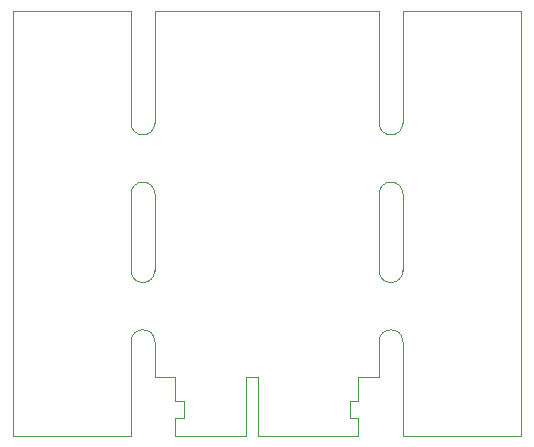
<source format=gbr>
%TF.GenerationSoftware,KiCad,Pcbnew,8.0.2*%
%TF.CreationDate,2024-06-11T21:25:35+09:00*%
%TF.ProjectId,smartlight,736d6172-746c-4696-9768-742e6b696361,rev?*%
%TF.SameCoordinates,Original*%
%TF.FileFunction,Profile,NP*%
%FSLAX46Y46*%
G04 Gerber Fmt 4.6, Leading zero omitted, Abs format (unit mm)*
G04 Created by KiCad (PCBNEW 8.0.2) date 2024-06-11 21:25:35*
%MOMM*%
%LPD*%
G01*
G04 APERTURE LIST*
%TA.AperFunction,Profile*%
%ADD10C,0.050000*%
%TD*%
G04 APERTURE END LIST*
D10*
X99500000Y-37500000D02*
X80500000Y-37500000D01*
X101500000Y-59500000D02*
G75*
G02*
X99500000Y-59500000I-1000000J0D01*
G01*
X78500000Y-73500000D02*
X78500000Y-65500000D01*
X101500000Y-65500000D02*
X101500000Y-73500000D01*
X78500000Y-53000000D02*
G75*
G02*
X80500000Y-53000000I1000000J0D01*
G01*
X80500000Y-47000000D02*
G75*
G02*
X78500000Y-47000000I-1000000J0D01*
G01*
X99500000Y-68500000D02*
X97750000Y-68500000D01*
X78500000Y-47000000D02*
X78500000Y-37500000D01*
X80500000Y-59500000D02*
G75*
G02*
X78500000Y-59500000I-1000000J0D01*
G01*
X78500000Y-65500000D02*
G75*
G02*
X80500000Y-65500000I1000000J0D01*
G01*
X111500000Y-37500000D02*
X111500000Y-73500000D01*
X80500000Y-59500000D02*
X80500000Y-53000000D01*
X101500000Y-53000000D02*
X101500000Y-59500000D01*
X99500000Y-37500000D02*
X99500000Y-47000000D01*
X80500000Y-47000000D02*
X80500000Y-37500000D01*
X82250000Y-68500000D02*
X80500000Y-68500000D01*
X68500000Y-73500000D02*
X78500000Y-73500000D01*
X99500000Y-59500000D02*
X99500000Y-53000000D01*
X101500000Y-47000000D02*
G75*
G02*
X99500000Y-47000000I-1000000J0D01*
G01*
X80500000Y-68500000D02*
X80500000Y-65500000D01*
X99500000Y-53000000D02*
G75*
G02*
X101500000Y-53000000I1000000J0D01*
G01*
X68500000Y-37500000D02*
X68500000Y-73500000D01*
X101500000Y-73500000D02*
X111500000Y-73500000D01*
X101500000Y-37500000D02*
X111500000Y-37500000D01*
X78500000Y-53000000D02*
X78500000Y-59500000D01*
X101500000Y-47000000D02*
X101500000Y-37500000D01*
X99500000Y-68500000D02*
X99500000Y-65500000D01*
X78500000Y-37500000D02*
X68500000Y-37500000D01*
X99500000Y-65500000D02*
G75*
G02*
X101500000Y-65500000I1000000J0D01*
G01*
%TO.C,J2*%
X82250000Y-70500000D02*
X82250000Y-68500000D01*
X82250000Y-72000000D02*
X83000000Y-72000000D01*
X82250000Y-73500000D02*
X82250000Y-72000000D01*
X83000000Y-70500000D02*
X82250000Y-70500000D01*
X83000000Y-72000000D02*
X83000000Y-70500000D01*
X88250000Y-68500000D02*
X88250000Y-73500000D01*
X88250000Y-73500000D02*
X82250000Y-73500000D01*
X89250000Y-68500000D02*
X88250000Y-68500000D01*
X89250000Y-73500000D02*
X89250000Y-68500000D01*
X97000000Y-70500000D02*
X97750000Y-70500000D01*
X97000000Y-72000000D02*
X97000000Y-70500000D01*
X97750000Y-69000000D02*
X97750000Y-68500000D01*
X97750000Y-70500000D02*
X97750000Y-69000000D01*
X97750000Y-72000000D02*
X97000000Y-72000000D01*
X97750000Y-72000000D02*
X97750000Y-73500000D01*
X97750000Y-73500000D02*
X89250000Y-73500000D01*
%TD*%
M02*

</source>
